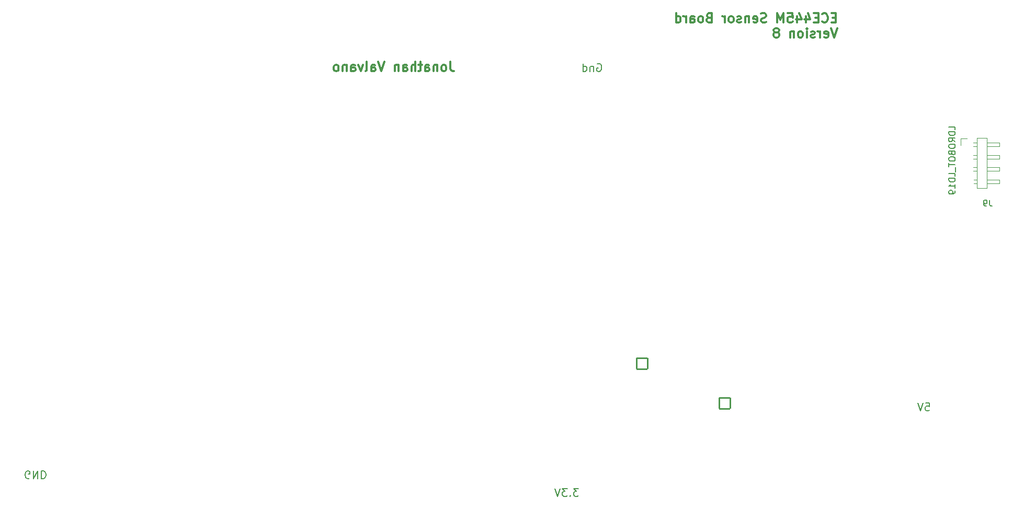
<source format=gbo>
G04 #@! TF.GenerationSoftware,KiCad,Pcbnew,9.0.5*
G04 #@! TF.CreationDate,2025-12-17T13:43:09-06:00*
G04 #@! TF.ProjectId,SensorBoard,53656e73-6f72-4426-9f61-72642e6b6963,v8.0.2*
G04 #@! TF.SameCoordinates,Original*
G04 #@! TF.FileFunction,Legend,Bot*
G04 #@! TF.FilePolarity,Positive*
%FSLAX46Y46*%
G04 Gerber Fmt 4.6, Leading zero omitted, Abs format (unit mm)*
G04 Created by KiCad (PCBNEW 9.0.5) date 2025-12-17 13:43:09*
%MOMM*%
%LPD*%
G01*
G04 APERTURE LIST*
G04 Aperture macros list*
%AMRoundRect*
0 Rectangle with rounded corners*
0 $1 Rounding radius*
0 $2 $3 $4 $5 $6 $7 $8 $9 X,Y pos of 4 corners*
0 Add a 4 corners polygon primitive as box body*
4,1,4,$2,$3,$4,$5,$6,$7,$8,$9,$2,$3,0*
0 Add four circle primitives for the rounded corners*
1,1,$1+$1,$2,$3*
1,1,$1+$1,$4,$5*
1,1,$1+$1,$6,$7*
1,1,$1+$1,$8,$9*
0 Add four rect primitives between the rounded corners*
20,1,$1+$1,$2,$3,$4,$5,0*
20,1,$1+$1,$4,$5,$6,$7,0*
20,1,$1+$1,$6,$7,$8,$9,0*
20,1,$1+$1,$8,$9,$2,$3,0*%
G04 Aperture macros list end*
%ADD10C,0.203200*%
%ADD11C,0.300000*%
%ADD12C,0.150000*%
%ADD13C,0.177800*%
%ADD14C,0.120000*%
%ADD15C,1.400000*%
%ADD16O,1.400000X1.400000*%
%ADD17R,1.700000X1.700000*%
%ADD18O,1.700000X1.700000*%
%ADD19C,1.700000*%
%ADD20R,1.350000X1.350000*%
%ADD21O,1.350000X1.350000*%
%ADD22C,1.350000*%
%ADD23C,2.200000*%
%ADD24RoundRect,0.102000X0.889000X-0.889000X0.889000X0.889000X-0.889000X0.889000X-0.889000X-0.889000X0*%
%ADD25C,1.982000*%
%ADD26C,4.318000*%
%ADD27C,1.100000*%
%ADD28R,1.650000X1.650000*%
%ADD29C,1.650000*%
%ADD30C,3.810000*%
%ADD31RoundRect,0.102000X0.889000X0.889000X-0.889000X0.889000X-0.889000X-0.889000X0.889000X-0.889000X0*%
G04 APERTURE END LIST*
D10*
X185522173Y-97751009D02*
X186126935Y-97751009D01*
X186126935Y-97751009D02*
X186187411Y-98355771D01*
X186187411Y-98355771D02*
X186126935Y-98295294D01*
X186126935Y-98295294D02*
X186005982Y-98234818D01*
X186005982Y-98234818D02*
X185703601Y-98234818D01*
X185703601Y-98234818D02*
X185582649Y-98295294D01*
X185582649Y-98295294D02*
X185522173Y-98355771D01*
X185522173Y-98355771D02*
X185461696Y-98476723D01*
X185461696Y-98476723D02*
X185461696Y-98779104D01*
X185461696Y-98779104D02*
X185522173Y-98900056D01*
X185522173Y-98900056D02*
X185582649Y-98960533D01*
X185582649Y-98960533D02*
X185703601Y-99021009D01*
X185703601Y-99021009D02*
X186005982Y-99021009D01*
X186005982Y-99021009D02*
X186126935Y-98960533D01*
X186126935Y-98960533D02*
X186187411Y-98900056D01*
X185098839Y-97751009D02*
X184675506Y-99021009D01*
X184675506Y-99021009D02*
X184252172Y-97751009D01*
D11*
X108586917Y-42496828D02*
X108586917Y-43568257D01*
X108586917Y-43568257D02*
X108658346Y-43782542D01*
X108658346Y-43782542D02*
X108801203Y-43925400D01*
X108801203Y-43925400D02*
X109015489Y-43996828D01*
X109015489Y-43996828D02*
X109158346Y-43996828D01*
X107658346Y-43996828D02*
X107801203Y-43925400D01*
X107801203Y-43925400D02*
X107872632Y-43853971D01*
X107872632Y-43853971D02*
X107944060Y-43711114D01*
X107944060Y-43711114D02*
X107944060Y-43282542D01*
X107944060Y-43282542D02*
X107872632Y-43139685D01*
X107872632Y-43139685D02*
X107801203Y-43068257D01*
X107801203Y-43068257D02*
X107658346Y-42996828D01*
X107658346Y-42996828D02*
X107444060Y-42996828D01*
X107444060Y-42996828D02*
X107301203Y-43068257D01*
X107301203Y-43068257D02*
X107229775Y-43139685D01*
X107229775Y-43139685D02*
X107158346Y-43282542D01*
X107158346Y-43282542D02*
X107158346Y-43711114D01*
X107158346Y-43711114D02*
X107229775Y-43853971D01*
X107229775Y-43853971D02*
X107301203Y-43925400D01*
X107301203Y-43925400D02*
X107444060Y-43996828D01*
X107444060Y-43996828D02*
X107658346Y-43996828D01*
X106515489Y-42996828D02*
X106515489Y-43996828D01*
X106515489Y-43139685D02*
X106444060Y-43068257D01*
X106444060Y-43068257D02*
X106301203Y-42996828D01*
X106301203Y-42996828D02*
X106086917Y-42996828D01*
X106086917Y-42996828D02*
X105944060Y-43068257D01*
X105944060Y-43068257D02*
X105872632Y-43211114D01*
X105872632Y-43211114D02*
X105872632Y-43996828D01*
X104515489Y-43996828D02*
X104515489Y-43211114D01*
X104515489Y-43211114D02*
X104586917Y-43068257D01*
X104586917Y-43068257D02*
X104729774Y-42996828D01*
X104729774Y-42996828D02*
X105015489Y-42996828D01*
X105015489Y-42996828D02*
X105158346Y-43068257D01*
X104515489Y-43925400D02*
X104658346Y-43996828D01*
X104658346Y-43996828D02*
X105015489Y-43996828D01*
X105015489Y-43996828D02*
X105158346Y-43925400D01*
X105158346Y-43925400D02*
X105229774Y-43782542D01*
X105229774Y-43782542D02*
X105229774Y-43639685D01*
X105229774Y-43639685D02*
X105158346Y-43496828D01*
X105158346Y-43496828D02*
X105015489Y-43425400D01*
X105015489Y-43425400D02*
X104658346Y-43425400D01*
X104658346Y-43425400D02*
X104515489Y-43353971D01*
X104015488Y-42996828D02*
X103444060Y-42996828D01*
X103801203Y-42496828D02*
X103801203Y-43782542D01*
X103801203Y-43782542D02*
X103729774Y-43925400D01*
X103729774Y-43925400D02*
X103586917Y-43996828D01*
X103586917Y-43996828D02*
X103444060Y-43996828D01*
X102944060Y-43996828D02*
X102944060Y-42496828D01*
X102301203Y-43996828D02*
X102301203Y-43211114D01*
X102301203Y-43211114D02*
X102372631Y-43068257D01*
X102372631Y-43068257D02*
X102515488Y-42996828D01*
X102515488Y-42996828D02*
X102729774Y-42996828D01*
X102729774Y-42996828D02*
X102872631Y-43068257D01*
X102872631Y-43068257D02*
X102944060Y-43139685D01*
X100944060Y-43996828D02*
X100944060Y-43211114D01*
X100944060Y-43211114D02*
X101015488Y-43068257D01*
X101015488Y-43068257D02*
X101158345Y-42996828D01*
X101158345Y-42996828D02*
X101444060Y-42996828D01*
X101444060Y-42996828D02*
X101586917Y-43068257D01*
X100944060Y-43925400D02*
X101086917Y-43996828D01*
X101086917Y-43996828D02*
X101444060Y-43996828D01*
X101444060Y-43996828D02*
X101586917Y-43925400D01*
X101586917Y-43925400D02*
X101658345Y-43782542D01*
X101658345Y-43782542D02*
X101658345Y-43639685D01*
X101658345Y-43639685D02*
X101586917Y-43496828D01*
X101586917Y-43496828D02*
X101444060Y-43425400D01*
X101444060Y-43425400D02*
X101086917Y-43425400D01*
X101086917Y-43425400D02*
X100944060Y-43353971D01*
X100229774Y-42996828D02*
X100229774Y-43996828D01*
X100229774Y-43139685D02*
X100158345Y-43068257D01*
X100158345Y-43068257D02*
X100015488Y-42996828D01*
X100015488Y-42996828D02*
X99801202Y-42996828D01*
X99801202Y-42996828D02*
X99658345Y-43068257D01*
X99658345Y-43068257D02*
X99586917Y-43211114D01*
X99586917Y-43211114D02*
X99586917Y-43996828D01*
X97944059Y-42496828D02*
X97444059Y-43996828D01*
X97444059Y-43996828D02*
X96944059Y-42496828D01*
X95801203Y-43996828D02*
X95801203Y-43211114D01*
X95801203Y-43211114D02*
X95872631Y-43068257D01*
X95872631Y-43068257D02*
X96015488Y-42996828D01*
X96015488Y-42996828D02*
X96301203Y-42996828D01*
X96301203Y-42996828D02*
X96444060Y-43068257D01*
X95801203Y-43925400D02*
X95944060Y-43996828D01*
X95944060Y-43996828D02*
X96301203Y-43996828D01*
X96301203Y-43996828D02*
X96444060Y-43925400D01*
X96444060Y-43925400D02*
X96515488Y-43782542D01*
X96515488Y-43782542D02*
X96515488Y-43639685D01*
X96515488Y-43639685D02*
X96444060Y-43496828D01*
X96444060Y-43496828D02*
X96301203Y-43425400D01*
X96301203Y-43425400D02*
X95944060Y-43425400D01*
X95944060Y-43425400D02*
X95801203Y-43353971D01*
X94872631Y-43996828D02*
X95015488Y-43925400D01*
X95015488Y-43925400D02*
X95086917Y-43782542D01*
X95086917Y-43782542D02*
X95086917Y-42496828D01*
X94444060Y-42996828D02*
X94086917Y-43996828D01*
X94086917Y-43996828D02*
X93729774Y-42996828D01*
X92515489Y-43996828D02*
X92515489Y-43211114D01*
X92515489Y-43211114D02*
X92586917Y-43068257D01*
X92586917Y-43068257D02*
X92729774Y-42996828D01*
X92729774Y-42996828D02*
X93015489Y-42996828D01*
X93015489Y-42996828D02*
X93158346Y-43068257D01*
X92515489Y-43925400D02*
X92658346Y-43996828D01*
X92658346Y-43996828D02*
X93015489Y-43996828D01*
X93015489Y-43996828D02*
X93158346Y-43925400D01*
X93158346Y-43925400D02*
X93229774Y-43782542D01*
X93229774Y-43782542D02*
X93229774Y-43639685D01*
X93229774Y-43639685D02*
X93158346Y-43496828D01*
X93158346Y-43496828D02*
X93015489Y-43425400D01*
X93015489Y-43425400D02*
X92658346Y-43425400D01*
X92658346Y-43425400D02*
X92515489Y-43353971D01*
X91801203Y-42996828D02*
X91801203Y-43996828D01*
X91801203Y-43139685D02*
X91729774Y-43068257D01*
X91729774Y-43068257D02*
X91586917Y-42996828D01*
X91586917Y-42996828D02*
X91372631Y-42996828D01*
X91372631Y-42996828D02*
X91229774Y-43068257D01*
X91229774Y-43068257D02*
X91158346Y-43211114D01*
X91158346Y-43211114D02*
X91158346Y-43996828D01*
X90229774Y-43996828D02*
X90372631Y-43925400D01*
X90372631Y-43925400D02*
X90444060Y-43853971D01*
X90444060Y-43853971D02*
X90515488Y-43711114D01*
X90515488Y-43711114D02*
X90515488Y-43282542D01*
X90515488Y-43282542D02*
X90444060Y-43139685D01*
X90444060Y-43139685D02*
X90372631Y-43068257D01*
X90372631Y-43068257D02*
X90229774Y-42996828D01*
X90229774Y-42996828D02*
X90015488Y-42996828D01*
X90015488Y-42996828D02*
X89872631Y-43068257D01*
X89872631Y-43068257D02*
X89801203Y-43139685D01*
X89801203Y-43139685D02*
X89729774Y-43282542D01*
X89729774Y-43282542D02*
X89729774Y-43711114D01*
X89729774Y-43711114D02*
X89801203Y-43853971D01*
X89801203Y-43853971D02*
X89872631Y-43925400D01*
X89872631Y-43925400D02*
X90015488Y-43996828D01*
X90015488Y-43996828D02*
X90229774Y-43996828D01*
X171022489Y-35335198D02*
X170522489Y-35335198D01*
X170308203Y-36120912D02*
X171022489Y-36120912D01*
X171022489Y-36120912D02*
X171022489Y-34620912D01*
X171022489Y-34620912D02*
X170308203Y-34620912D01*
X168808203Y-35978055D02*
X168879631Y-36049484D01*
X168879631Y-36049484D02*
X169093917Y-36120912D01*
X169093917Y-36120912D02*
X169236774Y-36120912D01*
X169236774Y-36120912D02*
X169451060Y-36049484D01*
X169451060Y-36049484D02*
X169593917Y-35906626D01*
X169593917Y-35906626D02*
X169665346Y-35763769D01*
X169665346Y-35763769D02*
X169736774Y-35478055D01*
X169736774Y-35478055D02*
X169736774Y-35263769D01*
X169736774Y-35263769D02*
X169665346Y-34978055D01*
X169665346Y-34978055D02*
X169593917Y-34835198D01*
X169593917Y-34835198D02*
X169451060Y-34692341D01*
X169451060Y-34692341D02*
X169236774Y-34620912D01*
X169236774Y-34620912D02*
X169093917Y-34620912D01*
X169093917Y-34620912D02*
X168879631Y-34692341D01*
X168879631Y-34692341D02*
X168808203Y-34763769D01*
X168165346Y-35335198D02*
X167665346Y-35335198D01*
X167451060Y-36120912D02*
X168165346Y-36120912D01*
X168165346Y-36120912D02*
X168165346Y-34620912D01*
X168165346Y-34620912D02*
X167451060Y-34620912D01*
X166165346Y-35120912D02*
X166165346Y-36120912D01*
X166522488Y-34549484D02*
X166879631Y-35620912D01*
X166879631Y-35620912D02*
X165951060Y-35620912D01*
X164736775Y-35120912D02*
X164736775Y-36120912D01*
X165093917Y-34549484D02*
X165451060Y-35620912D01*
X165451060Y-35620912D02*
X164522489Y-35620912D01*
X163236775Y-34620912D02*
X163951061Y-34620912D01*
X163951061Y-34620912D02*
X164022489Y-35335198D01*
X164022489Y-35335198D02*
X163951061Y-35263769D01*
X163951061Y-35263769D02*
X163808204Y-35192341D01*
X163808204Y-35192341D02*
X163451061Y-35192341D01*
X163451061Y-35192341D02*
X163308204Y-35263769D01*
X163308204Y-35263769D02*
X163236775Y-35335198D01*
X163236775Y-35335198D02*
X163165346Y-35478055D01*
X163165346Y-35478055D02*
X163165346Y-35835198D01*
X163165346Y-35835198D02*
X163236775Y-35978055D01*
X163236775Y-35978055D02*
X163308204Y-36049484D01*
X163308204Y-36049484D02*
X163451061Y-36120912D01*
X163451061Y-36120912D02*
X163808204Y-36120912D01*
X163808204Y-36120912D02*
X163951061Y-36049484D01*
X163951061Y-36049484D02*
X164022489Y-35978055D01*
X162522490Y-36120912D02*
X162522490Y-34620912D01*
X162522490Y-34620912D02*
X162022490Y-35692341D01*
X162022490Y-35692341D02*
X161522490Y-34620912D01*
X161522490Y-34620912D02*
X161522490Y-36120912D01*
X159736775Y-36049484D02*
X159522490Y-36120912D01*
X159522490Y-36120912D02*
X159165347Y-36120912D01*
X159165347Y-36120912D02*
X159022490Y-36049484D01*
X159022490Y-36049484D02*
X158951061Y-35978055D01*
X158951061Y-35978055D02*
X158879632Y-35835198D01*
X158879632Y-35835198D02*
X158879632Y-35692341D01*
X158879632Y-35692341D02*
X158951061Y-35549484D01*
X158951061Y-35549484D02*
X159022490Y-35478055D01*
X159022490Y-35478055D02*
X159165347Y-35406626D01*
X159165347Y-35406626D02*
X159451061Y-35335198D01*
X159451061Y-35335198D02*
X159593918Y-35263769D01*
X159593918Y-35263769D02*
X159665347Y-35192341D01*
X159665347Y-35192341D02*
X159736775Y-35049484D01*
X159736775Y-35049484D02*
X159736775Y-34906626D01*
X159736775Y-34906626D02*
X159665347Y-34763769D01*
X159665347Y-34763769D02*
X159593918Y-34692341D01*
X159593918Y-34692341D02*
X159451061Y-34620912D01*
X159451061Y-34620912D02*
X159093918Y-34620912D01*
X159093918Y-34620912D02*
X158879632Y-34692341D01*
X157665347Y-36049484D02*
X157808204Y-36120912D01*
X157808204Y-36120912D02*
X158093919Y-36120912D01*
X158093919Y-36120912D02*
X158236776Y-36049484D01*
X158236776Y-36049484D02*
X158308204Y-35906626D01*
X158308204Y-35906626D02*
X158308204Y-35335198D01*
X158308204Y-35335198D02*
X158236776Y-35192341D01*
X158236776Y-35192341D02*
X158093919Y-35120912D01*
X158093919Y-35120912D02*
X157808204Y-35120912D01*
X157808204Y-35120912D02*
X157665347Y-35192341D01*
X157665347Y-35192341D02*
X157593919Y-35335198D01*
X157593919Y-35335198D02*
X157593919Y-35478055D01*
X157593919Y-35478055D02*
X158308204Y-35620912D01*
X156951062Y-35120912D02*
X156951062Y-36120912D01*
X156951062Y-35263769D02*
X156879633Y-35192341D01*
X156879633Y-35192341D02*
X156736776Y-35120912D01*
X156736776Y-35120912D02*
X156522490Y-35120912D01*
X156522490Y-35120912D02*
X156379633Y-35192341D01*
X156379633Y-35192341D02*
X156308205Y-35335198D01*
X156308205Y-35335198D02*
X156308205Y-36120912D01*
X155665347Y-36049484D02*
X155522490Y-36120912D01*
X155522490Y-36120912D02*
X155236776Y-36120912D01*
X155236776Y-36120912D02*
X155093919Y-36049484D01*
X155093919Y-36049484D02*
X155022490Y-35906626D01*
X155022490Y-35906626D02*
X155022490Y-35835198D01*
X155022490Y-35835198D02*
X155093919Y-35692341D01*
X155093919Y-35692341D02*
X155236776Y-35620912D01*
X155236776Y-35620912D02*
X155451062Y-35620912D01*
X155451062Y-35620912D02*
X155593919Y-35549484D01*
X155593919Y-35549484D02*
X155665347Y-35406626D01*
X155665347Y-35406626D02*
X155665347Y-35335198D01*
X155665347Y-35335198D02*
X155593919Y-35192341D01*
X155593919Y-35192341D02*
X155451062Y-35120912D01*
X155451062Y-35120912D02*
X155236776Y-35120912D01*
X155236776Y-35120912D02*
X155093919Y-35192341D01*
X154165347Y-36120912D02*
X154308204Y-36049484D01*
X154308204Y-36049484D02*
X154379633Y-35978055D01*
X154379633Y-35978055D02*
X154451061Y-35835198D01*
X154451061Y-35835198D02*
X154451061Y-35406626D01*
X154451061Y-35406626D02*
X154379633Y-35263769D01*
X154379633Y-35263769D02*
X154308204Y-35192341D01*
X154308204Y-35192341D02*
X154165347Y-35120912D01*
X154165347Y-35120912D02*
X153951061Y-35120912D01*
X153951061Y-35120912D02*
X153808204Y-35192341D01*
X153808204Y-35192341D02*
X153736776Y-35263769D01*
X153736776Y-35263769D02*
X153665347Y-35406626D01*
X153665347Y-35406626D02*
X153665347Y-35835198D01*
X153665347Y-35835198D02*
X153736776Y-35978055D01*
X153736776Y-35978055D02*
X153808204Y-36049484D01*
X153808204Y-36049484D02*
X153951061Y-36120912D01*
X153951061Y-36120912D02*
X154165347Y-36120912D01*
X153022490Y-36120912D02*
X153022490Y-35120912D01*
X153022490Y-35406626D02*
X152951061Y-35263769D01*
X152951061Y-35263769D02*
X152879633Y-35192341D01*
X152879633Y-35192341D02*
X152736775Y-35120912D01*
X152736775Y-35120912D02*
X152593918Y-35120912D01*
X150451062Y-35335198D02*
X150236776Y-35406626D01*
X150236776Y-35406626D02*
X150165347Y-35478055D01*
X150165347Y-35478055D02*
X150093919Y-35620912D01*
X150093919Y-35620912D02*
X150093919Y-35835198D01*
X150093919Y-35835198D02*
X150165347Y-35978055D01*
X150165347Y-35978055D02*
X150236776Y-36049484D01*
X150236776Y-36049484D02*
X150379633Y-36120912D01*
X150379633Y-36120912D02*
X150951062Y-36120912D01*
X150951062Y-36120912D02*
X150951062Y-34620912D01*
X150951062Y-34620912D02*
X150451062Y-34620912D01*
X150451062Y-34620912D02*
X150308205Y-34692341D01*
X150308205Y-34692341D02*
X150236776Y-34763769D01*
X150236776Y-34763769D02*
X150165347Y-34906626D01*
X150165347Y-34906626D02*
X150165347Y-35049484D01*
X150165347Y-35049484D02*
X150236776Y-35192341D01*
X150236776Y-35192341D02*
X150308205Y-35263769D01*
X150308205Y-35263769D02*
X150451062Y-35335198D01*
X150451062Y-35335198D02*
X150951062Y-35335198D01*
X149236776Y-36120912D02*
X149379633Y-36049484D01*
X149379633Y-36049484D02*
X149451062Y-35978055D01*
X149451062Y-35978055D02*
X149522490Y-35835198D01*
X149522490Y-35835198D02*
X149522490Y-35406626D01*
X149522490Y-35406626D02*
X149451062Y-35263769D01*
X149451062Y-35263769D02*
X149379633Y-35192341D01*
X149379633Y-35192341D02*
X149236776Y-35120912D01*
X149236776Y-35120912D02*
X149022490Y-35120912D01*
X149022490Y-35120912D02*
X148879633Y-35192341D01*
X148879633Y-35192341D02*
X148808205Y-35263769D01*
X148808205Y-35263769D02*
X148736776Y-35406626D01*
X148736776Y-35406626D02*
X148736776Y-35835198D01*
X148736776Y-35835198D02*
X148808205Y-35978055D01*
X148808205Y-35978055D02*
X148879633Y-36049484D01*
X148879633Y-36049484D02*
X149022490Y-36120912D01*
X149022490Y-36120912D02*
X149236776Y-36120912D01*
X147451062Y-36120912D02*
X147451062Y-35335198D01*
X147451062Y-35335198D02*
X147522490Y-35192341D01*
X147522490Y-35192341D02*
X147665347Y-35120912D01*
X147665347Y-35120912D02*
X147951062Y-35120912D01*
X147951062Y-35120912D02*
X148093919Y-35192341D01*
X147451062Y-36049484D02*
X147593919Y-36120912D01*
X147593919Y-36120912D02*
X147951062Y-36120912D01*
X147951062Y-36120912D02*
X148093919Y-36049484D01*
X148093919Y-36049484D02*
X148165347Y-35906626D01*
X148165347Y-35906626D02*
X148165347Y-35763769D01*
X148165347Y-35763769D02*
X148093919Y-35620912D01*
X148093919Y-35620912D02*
X147951062Y-35549484D01*
X147951062Y-35549484D02*
X147593919Y-35549484D01*
X147593919Y-35549484D02*
X147451062Y-35478055D01*
X146736776Y-36120912D02*
X146736776Y-35120912D01*
X146736776Y-35406626D02*
X146665347Y-35263769D01*
X146665347Y-35263769D02*
X146593919Y-35192341D01*
X146593919Y-35192341D02*
X146451061Y-35120912D01*
X146451061Y-35120912D02*
X146308204Y-35120912D01*
X145165348Y-36120912D02*
X145165348Y-34620912D01*
X145165348Y-36049484D02*
X145308205Y-36120912D01*
X145308205Y-36120912D02*
X145593919Y-36120912D01*
X145593919Y-36120912D02*
X145736776Y-36049484D01*
X145736776Y-36049484D02*
X145808205Y-35978055D01*
X145808205Y-35978055D02*
X145879633Y-35835198D01*
X145879633Y-35835198D02*
X145879633Y-35406626D01*
X145879633Y-35406626D02*
X145808205Y-35263769D01*
X145808205Y-35263769D02*
X145736776Y-35192341D01*
X145736776Y-35192341D02*
X145593919Y-35120912D01*
X145593919Y-35120912D02*
X145308205Y-35120912D01*
X145308205Y-35120912D02*
X145165348Y-35192341D01*
X171236774Y-37035828D02*
X170736774Y-38535828D01*
X170736774Y-38535828D02*
X170236774Y-37035828D01*
X169165346Y-38464400D02*
X169308203Y-38535828D01*
X169308203Y-38535828D02*
X169593918Y-38535828D01*
X169593918Y-38535828D02*
X169736775Y-38464400D01*
X169736775Y-38464400D02*
X169808203Y-38321542D01*
X169808203Y-38321542D02*
X169808203Y-37750114D01*
X169808203Y-37750114D02*
X169736775Y-37607257D01*
X169736775Y-37607257D02*
X169593918Y-37535828D01*
X169593918Y-37535828D02*
X169308203Y-37535828D01*
X169308203Y-37535828D02*
X169165346Y-37607257D01*
X169165346Y-37607257D02*
X169093918Y-37750114D01*
X169093918Y-37750114D02*
X169093918Y-37892971D01*
X169093918Y-37892971D02*
X169808203Y-38035828D01*
X168451061Y-38535828D02*
X168451061Y-37535828D01*
X168451061Y-37821542D02*
X168379632Y-37678685D01*
X168379632Y-37678685D02*
X168308204Y-37607257D01*
X168308204Y-37607257D02*
X168165346Y-37535828D01*
X168165346Y-37535828D02*
X168022489Y-37535828D01*
X167593918Y-38464400D02*
X167451061Y-38535828D01*
X167451061Y-38535828D02*
X167165347Y-38535828D01*
X167165347Y-38535828D02*
X167022490Y-38464400D01*
X167022490Y-38464400D02*
X166951061Y-38321542D01*
X166951061Y-38321542D02*
X166951061Y-38250114D01*
X166951061Y-38250114D02*
X167022490Y-38107257D01*
X167022490Y-38107257D02*
X167165347Y-38035828D01*
X167165347Y-38035828D02*
X167379633Y-38035828D01*
X167379633Y-38035828D02*
X167522490Y-37964400D01*
X167522490Y-37964400D02*
X167593918Y-37821542D01*
X167593918Y-37821542D02*
X167593918Y-37750114D01*
X167593918Y-37750114D02*
X167522490Y-37607257D01*
X167522490Y-37607257D02*
X167379633Y-37535828D01*
X167379633Y-37535828D02*
X167165347Y-37535828D01*
X167165347Y-37535828D02*
X167022490Y-37607257D01*
X166308204Y-38535828D02*
X166308204Y-37535828D01*
X166308204Y-37035828D02*
X166379632Y-37107257D01*
X166379632Y-37107257D02*
X166308204Y-37178685D01*
X166308204Y-37178685D02*
X166236775Y-37107257D01*
X166236775Y-37107257D02*
X166308204Y-37035828D01*
X166308204Y-37035828D02*
X166308204Y-37178685D01*
X165379632Y-38535828D02*
X165522489Y-38464400D01*
X165522489Y-38464400D02*
X165593918Y-38392971D01*
X165593918Y-38392971D02*
X165665346Y-38250114D01*
X165665346Y-38250114D02*
X165665346Y-37821542D01*
X165665346Y-37821542D02*
X165593918Y-37678685D01*
X165593918Y-37678685D02*
X165522489Y-37607257D01*
X165522489Y-37607257D02*
X165379632Y-37535828D01*
X165379632Y-37535828D02*
X165165346Y-37535828D01*
X165165346Y-37535828D02*
X165022489Y-37607257D01*
X165022489Y-37607257D02*
X164951061Y-37678685D01*
X164951061Y-37678685D02*
X164879632Y-37821542D01*
X164879632Y-37821542D02*
X164879632Y-38250114D01*
X164879632Y-38250114D02*
X164951061Y-38392971D01*
X164951061Y-38392971D02*
X165022489Y-38464400D01*
X165022489Y-38464400D02*
X165165346Y-38535828D01*
X165165346Y-38535828D02*
X165379632Y-38535828D01*
X164236775Y-37535828D02*
X164236775Y-38535828D01*
X164236775Y-37678685D02*
X164165346Y-37607257D01*
X164165346Y-37607257D02*
X164022489Y-37535828D01*
X164022489Y-37535828D02*
X163808203Y-37535828D01*
X163808203Y-37535828D02*
X163665346Y-37607257D01*
X163665346Y-37607257D02*
X163593918Y-37750114D01*
X163593918Y-37750114D02*
X163593918Y-38535828D01*
X161522489Y-37678685D02*
X161665346Y-37607257D01*
X161665346Y-37607257D02*
X161736775Y-37535828D01*
X161736775Y-37535828D02*
X161808203Y-37392971D01*
X161808203Y-37392971D02*
X161808203Y-37321542D01*
X161808203Y-37321542D02*
X161736775Y-37178685D01*
X161736775Y-37178685D02*
X161665346Y-37107257D01*
X161665346Y-37107257D02*
X161522489Y-37035828D01*
X161522489Y-37035828D02*
X161236775Y-37035828D01*
X161236775Y-37035828D02*
X161093918Y-37107257D01*
X161093918Y-37107257D02*
X161022489Y-37178685D01*
X161022489Y-37178685D02*
X160951060Y-37321542D01*
X160951060Y-37321542D02*
X160951060Y-37392971D01*
X160951060Y-37392971D02*
X161022489Y-37535828D01*
X161022489Y-37535828D02*
X161093918Y-37607257D01*
X161093918Y-37607257D02*
X161236775Y-37678685D01*
X161236775Y-37678685D02*
X161522489Y-37678685D01*
X161522489Y-37678685D02*
X161665346Y-37750114D01*
X161665346Y-37750114D02*
X161736775Y-37821542D01*
X161736775Y-37821542D02*
X161808203Y-37964400D01*
X161808203Y-37964400D02*
X161808203Y-38250114D01*
X161808203Y-38250114D02*
X161736775Y-38392971D01*
X161736775Y-38392971D02*
X161665346Y-38464400D01*
X161665346Y-38464400D02*
X161522489Y-38535828D01*
X161522489Y-38535828D02*
X161236775Y-38535828D01*
X161236775Y-38535828D02*
X161093918Y-38464400D01*
X161093918Y-38464400D02*
X161022489Y-38392971D01*
X161022489Y-38392971D02*
X160951060Y-38250114D01*
X160951060Y-38250114D02*
X160951060Y-37964400D01*
X160951060Y-37964400D02*
X161022489Y-37821542D01*
X161022489Y-37821542D02*
X161093918Y-37750114D01*
X161093918Y-37750114D02*
X161236775Y-37678685D01*
D10*
X132375696Y-42820485D02*
X132496649Y-42760009D01*
X132496649Y-42760009D02*
X132678077Y-42760009D01*
X132678077Y-42760009D02*
X132859506Y-42820485D01*
X132859506Y-42820485D02*
X132980458Y-42941437D01*
X132980458Y-42941437D02*
X133040935Y-43062390D01*
X133040935Y-43062390D02*
X133101411Y-43304294D01*
X133101411Y-43304294D02*
X133101411Y-43485723D01*
X133101411Y-43485723D02*
X133040935Y-43727628D01*
X133040935Y-43727628D02*
X132980458Y-43848580D01*
X132980458Y-43848580D02*
X132859506Y-43969533D01*
X132859506Y-43969533D02*
X132678077Y-44030009D01*
X132678077Y-44030009D02*
X132557125Y-44030009D01*
X132557125Y-44030009D02*
X132375696Y-43969533D01*
X132375696Y-43969533D02*
X132315220Y-43909056D01*
X132315220Y-43909056D02*
X132315220Y-43485723D01*
X132315220Y-43485723D02*
X132557125Y-43485723D01*
X131770935Y-43183342D02*
X131770935Y-44030009D01*
X131770935Y-43304294D02*
X131710458Y-43243818D01*
X131710458Y-43243818D02*
X131589506Y-43183342D01*
X131589506Y-43183342D02*
X131408077Y-43183342D01*
X131408077Y-43183342D02*
X131287125Y-43243818D01*
X131287125Y-43243818D02*
X131226649Y-43364771D01*
X131226649Y-43364771D02*
X131226649Y-44030009D01*
X130077601Y-44030009D02*
X130077601Y-42760009D01*
X130077601Y-43969533D02*
X130198553Y-44030009D01*
X130198553Y-44030009D02*
X130440458Y-44030009D01*
X130440458Y-44030009D02*
X130561410Y-43969533D01*
X130561410Y-43969533D02*
X130621887Y-43909056D01*
X130621887Y-43909056D02*
X130682363Y-43788104D01*
X130682363Y-43788104D02*
X130682363Y-43425247D01*
X130682363Y-43425247D02*
X130621887Y-43304294D01*
X130621887Y-43304294D02*
X130561410Y-43243818D01*
X130561410Y-43243818D02*
X130440458Y-43183342D01*
X130440458Y-43183342D02*
X130198553Y-43183342D01*
X130198553Y-43183342D02*
X130077601Y-43243818D01*
X40471303Y-109960514D02*
X40350350Y-110020990D01*
X40350350Y-110020990D02*
X40168922Y-110020990D01*
X40168922Y-110020990D02*
X39987493Y-109960514D01*
X39987493Y-109960514D02*
X39866541Y-109839562D01*
X39866541Y-109839562D02*
X39806064Y-109718609D01*
X39806064Y-109718609D02*
X39745588Y-109476705D01*
X39745588Y-109476705D02*
X39745588Y-109295276D01*
X39745588Y-109295276D02*
X39806064Y-109053371D01*
X39806064Y-109053371D02*
X39866541Y-108932419D01*
X39866541Y-108932419D02*
X39987493Y-108811467D01*
X39987493Y-108811467D02*
X40168922Y-108750990D01*
X40168922Y-108750990D02*
X40289874Y-108750990D01*
X40289874Y-108750990D02*
X40471303Y-108811467D01*
X40471303Y-108811467D02*
X40531779Y-108871943D01*
X40531779Y-108871943D02*
X40531779Y-109295276D01*
X40531779Y-109295276D02*
X40289874Y-109295276D01*
X41076064Y-108750990D02*
X41076064Y-110020990D01*
X41076064Y-110020990D02*
X41801779Y-108750990D01*
X41801779Y-108750990D02*
X41801779Y-110020990D01*
X42406540Y-108750990D02*
X42406540Y-110020990D01*
X42406540Y-110020990D02*
X42708921Y-110020990D01*
X42708921Y-110020990D02*
X42890350Y-109960514D01*
X42890350Y-109960514D02*
X43011302Y-109839562D01*
X43011302Y-109839562D02*
X43071779Y-109718609D01*
X43071779Y-109718609D02*
X43132255Y-109476705D01*
X43132255Y-109476705D02*
X43132255Y-109295276D01*
X43132255Y-109295276D02*
X43071779Y-109053371D01*
X43071779Y-109053371D02*
X43011302Y-108932419D01*
X43011302Y-108932419D02*
X42890350Y-108811467D01*
X42890350Y-108811467D02*
X42708921Y-108750990D01*
X42708921Y-108750990D02*
X42406540Y-108750990D01*
X129351887Y-111594009D02*
X128565696Y-111594009D01*
X128565696Y-111594009D02*
X128989030Y-112077818D01*
X128989030Y-112077818D02*
X128807601Y-112077818D01*
X128807601Y-112077818D02*
X128686649Y-112138294D01*
X128686649Y-112138294D02*
X128626173Y-112198771D01*
X128626173Y-112198771D02*
X128565696Y-112319723D01*
X128565696Y-112319723D02*
X128565696Y-112622104D01*
X128565696Y-112622104D02*
X128626173Y-112743056D01*
X128626173Y-112743056D02*
X128686649Y-112803533D01*
X128686649Y-112803533D02*
X128807601Y-112864009D01*
X128807601Y-112864009D02*
X129170458Y-112864009D01*
X129170458Y-112864009D02*
X129291411Y-112803533D01*
X129291411Y-112803533D02*
X129351887Y-112743056D01*
X128021411Y-112743056D02*
X127960934Y-112803533D01*
X127960934Y-112803533D02*
X128021411Y-112864009D01*
X128021411Y-112864009D02*
X128081887Y-112803533D01*
X128081887Y-112803533D02*
X128021411Y-112743056D01*
X128021411Y-112743056D02*
X128021411Y-112864009D01*
X127537601Y-111594009D02*
X126751410Y-111594009D01*
X126751410Y-111594009D02*
X127174744Y-112077818D01*
X127174744Y-112077818D02*
X126993315Y-112077818D01*
X126993315Y-112077818D02*
X126872363Y-112138294D01*
X126872363Y-112138294D02*
X126811887Y-112198771D01*
X126811887Y-112198771D02*
X126751410Y-112319723D01*
X126751410Y-112319723D02*
X126751410Y-112622104D01*
X126751410Y-112622104D02*
X126811887Y-112743056D01*
X126811887Y-112743056D02*
X126872363Y-112803533D01*
X126872363Y-112803533D02*
X126993315Y-112864009D01*
X126993315Y-112864009D02*
X127356172Y-112864009D01*
X127356172Y-112864009D02*
X127477125Y-112803533D01*
X127477125Y-112803533D02*
X127537601Y-112743056D01*
X126388553Y-111594009D02*
X125965220Y-112864009D01*
X125965220Y-112864009D02*
X125541886Y-111594009D01*
D12*
X195913333Y-64859819D02*
X195913333Y-65574104D01*
X195913333Y-65574104D02*
X195960952Y-65716961D01*
X195960952Y-65716961D02*
X196056190Y-65812200D01*
X196056190Y-65812200D02*
X196199047Y-65859819D01*
X196199047Y-65859819D02*
X196294285Y-65859819D01*
X195389523Y-65859819D02*
X195199047Y-65859819D01*
X195199047Y-65859819D02*
X195103809Y-65812200D01*
X195103809Y-65812200D02*
X195056190Y-65764580D01*
X195056190Y-65764580D02*
X194960952Y-65621723D01*
X194960952Y-65621723D02*
X194913333Y-65431247D01*
X194913333Y-65431247D02*
X194913333Y-65050295D01*
X194913333Y-65050295D02*
X194960952Y-64955057D01*
X194960952Y-64955057D02*
X195008571Y-64907438D01*
X195008571Y-64907438D02*
X195103809Y-64859819D01*
X195103809Y-64859819D02*
X195294285Y-64859819D01*
X195294285Y-64859819D02*
X195389523Y-64907438D01*
X195389523Y-64907438D02*
X195437142Y-64955057D01*
X195437142Y-64955057D02*
X195484761Y-65050295D01*
X195484761Y-65050295D02*
X195484761Y-65288390D01*
X195484761Y-65288390D02*
X195437142Y-65383628D01*
X195437142Y-65383628D02*
X195389523Y-65431247D01*
X195389523Y-65431247D02*
X195294285Y-65478866D01*
X195294285Y-65478866D02*
X195103809Y-65478866D01*
X195103809Y-65478866D02*
X195008571Y-65431247D01*
X195008571Y-65431247D02*
X194960952Y-65383628D01*
X194960952Y-65383628D02*
X194913333Y-65288390D01*
D13*
X190325774Y-53485143D02*
X190325774Y-53001333D01*
X190325774Y-53001333D02*
X189309774Y-53001333D01*
X190325774Y-53823809D02*
X189309774Y-53823809D01*
X189309774Y-53823809D02*
X189309774Y-54065714D01*
X189309774Y-54065714D02*
X189358155Y-54210857D01*
X189358155Y-54210857D02*
X189454917Y-54307619D01*
X189454917Y-54307619D02*
X189551679Y-54356000D01*
X189551679Y-54356000D02*
X189745203Y-54404381D01*
X189745203Y-54404381D02*
X189890346Y-54404381D01*
X189890346Y-54404381D02*
X190083870Y-54356000D01*
X190083870Y-54356000D02*
X190180632Y-54307619D01*
X190180632Y-54307619D02*
X190277394Y-54210857D01*
X190277394Y-54210857D02*
X190325774Y-54065714D01*
X190325774Y-54065714D02*
X190325774Y-53823809D01*
X190325774Y-55420381D02*
X189841965Y-55081714D01*
X190325774Y-54839809D02*
X189309774Y-54839809D01*
X189309774Y-54839809D02*
X189309774Y-55226857D01*
X189309774Y-55226857D02*
X189358155Y-55323619D01*
X189358155Y-55323619D02*
X189406536Y-55372000D01*
X189406536Y-55372000D02*
X189503298Y-55420381D01*
X189503298Y-55420381D02*
X189648441Y-55420381D01*
X189648441Y-55420381D02*
X189745203Y-55372000D01*
X189745203Y-55372000D02*
X189793584Y-55323619D01*
X189793584Y-55323619D02*
X189841965Y-55226857D01*
X189841965Y-55226857D02*
X189841965Y-54839809D01*
X189309774Y-56049333D02*
X189309774Y-56242857D01*
X189309774Y-56242857D02*
X189358155Y-56339619D01*
X189358155Y-56339619D02*
X189454917Y-56436381D01*
X189454917Y-56436381D02*
X189648441Y-56484762D01*
X189648441Y-56484762D02*
X189987108Y-56484762D01*
X189987108Y-56484762D02*
X190180632Y-56436381D01*
X190180632Y-56436381D02*
X190277394Y-56339619D01*
X190277394Y-56339619D02*
X190325774Y-56242857D01*
X190325774Y-56242857D02*
X190325774Y-56049333D01*
X190325774Y-56049333D02*
X190277394Y-55952571D01*
X190277394Y-55952571D02*
X190180632Y-55855809D01*
X190180632Y-55855809D02*
X189987108Y-55807428D01*
X189987108Y-55807428D02*
X189648441Y-55807428D01*
X189648441Y-55807428D02*
X189454917Y-55855809D01*
X189454917Y-55855809D02*
X189358155Y-55952571D01*
X189358155Y-55952571D02*
X189309774Y-56049333D01*
X189793584Y-57258857D02*
X189841965Y-57404000D01*
X189841965Y-57404000D02*
X189890346Y-57452381D01*
X189890346Y-57452381D02*
X189987108Y-57500762D01*
X189987108Y-57500762D02*
X190132251Y-57500762D01*
X190132251Y-57500762D02*
X190229013Y-57452381D01*
X190229013Y-57452381D02*
X190277394Y-57404000D01*
X190277394Y-57404000D02*
X190325774Y-57307238D01*
X190325774Y-57307238D02*
X190325774Y-56920190D01*
X190325774Y-56920190D02*
X189309774Y-56920190D01*
X189309774Y-56920190D02*
X189309774Y-57258857D01*
X189309774Y-57258857D02*
X189358155Y-57355619D01*
X189358155Y-57355619D02*
X189406536Y-57404000D01*
X189406536Y-57404000D02*
X189503298Y-57452381D01*
X189503298Y-57452381D02*
X189600060Y-57452381D01*
X189600060Y-57452381D02*
X189696822Y-57404000D01*
X189696822Y-57404000D02*
X189745203Y-57355619D01*
X189745203Y-57355619D02*
X189793584Y-57258857D01*
X189793584Y-57258857D02*
X189793584Y-56920190D01*
X189309774Y-58129714D02*
X189309774Y-58323238D01*
X189309774Y-58323238D02*
X189358155Y-58420000D01*
X189358155Y-58420000D02*
X189454917Y-58516762D01*
X189454917Y-58516762D02*
X189648441Y-58565143D01*
X189648441Y-58565143D02*
X189987108Y-58565143D01*
X189987108Y-58565143D02*
X190180632Y-58516762D01*
X190180632Y-58516762D02*
X190277394Y-58420000D01*
X190277394Y-58420000D02*
X190325774Y-58323238D01*
X190325774Y-58323238D02*
X190325774Y-58129714D01*
X190325774Y-58129714D02*
X190277394Y-58032952D01*
X190277394Y-58032952D02*
X190180632Y-57936190D01*
X190180632Y-57936190D02*
X189987108Y-57887809D01*
X189987108Y-57887809D02*
X189648441Y-57887809D01*
X189648441Y-57887809D02*
X189454917Y-57936190D01*
X189454917Y-57936190D02*
X189358155Y-58032952D01*
X189358155Y-58032952D02*
X189309774Y-58129714D01*
X189309774Y-58855428D02*
X189309774Y-59436000D01*
X190325774Y-59145714D02*
X189309774Y-59145714D01*
X190422536Y-59532762D02*
X190422536Y-60306857D01*
X190325774Y-61032571D02*
X190325774Y-60548761D01*
X190325774Y-60548761D02*
X189309774Y-60548761D01*
X190325774Y-61371237D02*
X189309774Y-61371237D01*
X189309774Y-61371237D02*
X189309774Y-61613142D01*
X189309774Y-61613142D02*
X189358155Y-61758285D01*
X189358155Y-61758285D02*
X189454917Y-61855047D01*
X189454917Y-61855047D02*
X189551679Y-61903428D01*
X189551679Y-61903428D02*
X189745203Y-61951809D01*
X189745203Y-61951809D02*
X189890346Y-61951809D01*
X189890346Y-61951809D02*
X190083870Y-61903428D01*
X190083870Y-61903428D02*
X190180632Y-61855047D01*
X190180632Y-61855047D02*
X190277394Y-61758285D01*
X190277394Y-61758285D02*
X190325774Y-61613142D01*
X190325774Y-61613142D02*
X190325774Y-61371237D01*
X190325774Y-62919428D02*
X190325774Y-62338856D01*
X190325774Y-62629142D02*
X189309774Y-62629142D01*
X189309774Y-62629142D02*
X189454917Y-62532380D01*
X189454917Y-62532380D02*
X189551679Y-62435618D01*
X189551679Y-62435618D02*
X189600060Y-62338856D01*
X190325774Y-63403237D02*
X190325774Y-63596761D01*
X190325774Y-63596761D02*
X190277394Y-63693523D01*
X190277394Y-63693523D02*
X190229013Y-63741904D01*
X190229013Y-63741904D02*
X190083870Y-63838666D01*
X190083870Y-63838666D02*
X189890346Y-63887047D01*
X189890346Y-63887047D02*
X189503298Y-63887047D01*
X189503298Y-63887047D02*
X189406536Y-63838666D01*
X189406536Y-63838666D02*
X189358155Y-63790285D01*
X189358155Y-63790285D02*
X189309774Y-63693523D01*
X189309774Y-63693523D02*
X189309774Y-63499999D01*
X189309774Y-63499999D02*
X189358155Y-63403237D01*
X189358155Y-63403237D02*
X189406536Y-63354856D01*
X189406536Y-63354856D02*
X189503298Y-63306475D01*
X189503298Y-63306475D02*
X189745203Y-63306475D01*
X189745203Y-63306475D02*
X189841965Y-63354856D01*
X189841965Y-63354856D02*
X189890346Y-63403237D01*
X189890346Y-63403237D02*
X189938727Y-63499999D01*
X189938727Y-63499999D02*
X189938727Y-63693523D01*
X189938727Y-63693523D02*
X189890346Y-63790285D01*
X189890346Y-63790285D02*
X189841965Y-63838666D01*
X189841965Y-63838666D02*
X189745203Y-63887047D01*
D14*
X191270000Y-54895000D02*
X191270000Y-56030000D01*
X191270000Y-54895000D02*
X192270000Y-54895000D01*
X193287114Y-55570000D02*
X193845000Y-55570000D01*
X193287114Y-56190000D02*
X193845000Y-56190000D01*
X193287114Y-57570000D02*
X193845000Y-57570000D01*
X193287114Y-58190000D02*
X193845000Y-58190000D01*
X193287114Y-59570000D02*
X193845000Y-59570000D01*
X193287114Y-60190000D02*
X193845000Y-60190000D01*
X193340000Y-61570000D02*
X193845000Y-61570000D01*
X193340000Y-62190000D02*
X193845000Y-62190000D01*
X193845000Y-54820000D02*
X195465000Y-54820000D01*
X193845000Y-62940000D02*
X193845000Y-54820000D01*
X195465000Y-54820000D02*
X195465000Y-62940000D01*
X195465000Y-56190000D02*
X197485000Y-56190000D01*
X195465000Y-58190000D02*
X197485000Y-58190000D01*
X195465000Y-60190000D02*
X197485000Y-60190000D01*
X195465000Y-62190000D02*
X197485000Y-62190000D01*
X195465000Y-62940000D02*
X193845000Y-62940000D01*
X197485000Y-55570000D02*
X195465000Y-55570000D01*
X197485000Y-56190000D02*
X197485000Y-55570000D01*
X197485000Y-57570000D02*
X195465000Y-57570000D01*
X197485000Y-58190000D02*
X197485000Y-57570000D01*
X197485000Y-59570000D02*
X195465000Y-59570000D01*
X197485000Y-60190000D02*
X197485000Y-59570000D01*
X197485000Y-61570000D02*
X195465000Y-61570000D01*
X197485000Y-62190000D02*
X197485000Y-61570000D01*
%LPC*%
D15*
X110490000Y-35941000D03*
D16*
X110490000Y-43561000D03*
D17*
X75184000Y-36700000D03*
D18*
X75184000Y-39240000D03*
D19*
X193040000Y-66040000D03*
D20*
X166720000Y-111252000D03*
D21*
X168720000Y-111252000D03*
X170720000Y-111252000D03*
D22*
X172720000Y-111252000D03*
D19*
X191135000Y-48895000D03*
X158750000Y-105410000D03*
X186817000Y-105410000D03*
X191135000Y-45085000D03*
X126111000Y-115062000D03*
D18*
X128651000Y-115062000D03*
D19*
X174625000Y-37719000D03*
D20*
X187325000Y-41275000D03*
D21*
X185325000Y-41275000D03*
X183325000Y-41275000D03*
D22*
X181325000Y-41275000D03*
D19*
X188849000Y-101854000D03*
D23*
X149860000Y-47044475D03*
X149860000Y-97844475D03*
X179070000Y-47044475D03*
X179070000Y-97844475D03*
D24*
X153035000Y-97844475D03*
D25*
X155575000Y-97844475D03*
X158115000Y-97844475D03*
X160655000Y-97844475D03*
X163195000Y-97844475D03*
X165735000Y-97844475D03*
X168275000Y-97844475D03*
X170815000Y-97844475D03*
X173355000Y-97844475D03*
X175895000Y-97844475D03*
D17*
X96139000Y-38227000D03*
D18*
X98679000Y-38227000D03*
D17*
X123190000Y-38735000D03*
D18*
X120650000Y-38735000D03*
X118110000Y-38735000D03*
X115570000Y-38735000D03*
X115570000Y-41275000D03*
X118110000Y-41275000D03*
X120650000Y-41275000D03*
X123190000Y-41275000D03*
D19*
X137668000Y-97790000D03*
D26*
X144000000Y-41000000D03*
X144000000Y-111000000D03*
X54000000Y-41000000D03*
D27*
X67310000Y-34798000D03*
X64770000Y-34798000D03*
D28*
X67310000Y-37338000D03*
D29*
X64770000Y-37338000D03*
D19*
X100330000Y-118110000D03*
D30*
X184095526Y-52698250D03*
D31*
X139645526Y-91433250D03*
D25*
X139645526Y-88893250D03*
X139645526Y-86353250D03*
X139645526Y-83813250D03*
X139645526Y-81273250D03*
X139645526Y-78733250D03*
X139645526Y-76193250D03*
X139645526Y-73653250D03*
X139645526Y-71113250D03*
X139645526Y-68573250D03*
X139645526Y-66033250D03*
X139645526Y-63493250D03*
X139645526Y-60953250D03*
X139645526Y-58413250D03*
X139645526Y-55873250D03*
X139645526Y-53333250D03*
D26*
X54000000Y-111000000D03*
D20*
X152750000Y-111252000D03*
D21*
X154750000Y-111252000D03*
X156750000Y-111252000D03*
D22*
X158750000Y-111252000D03*
D27*
X64770000Y-117475000D03*
X67310000Y-117475000D03*
D28*
X64770000Y-114935000D03*
D29*
X67310000Y-114935000D03*
D20*
X181960000Y-111252000D03*
D21*
X183960000Y-111252000D03*
X185960000Y-111252000D03*
D22*
X187960000Y-111252000D03*
D19*
X134112000Y-115062000D03*
D18*
X136652000Y-115062000D03*
D19*
X193040000Y-69215000D03*
X185420000Y-100076000D03*
X175260000Y-105410000D03*
X130170000Y-41000000D03*
D18*
X132710000Y-41000000D03*
D17*
X51430000Y-104140000D03*
D18*
X53970000Y-104140000D03*
D19*
X191008000Y-105664000D03*
D17*
X73025000Y-110490000D03*
D18*
X73025000Y-113030000D03*
X73025000Y-115570000D03*
D20*
X192405000Y-55880000D03*
D21*
X192405000Y-57880000D03*
X192405000Y-59880000D03*
D22*
X192405000Y-61880000D03*
%LPD*%
M02*

</source>
